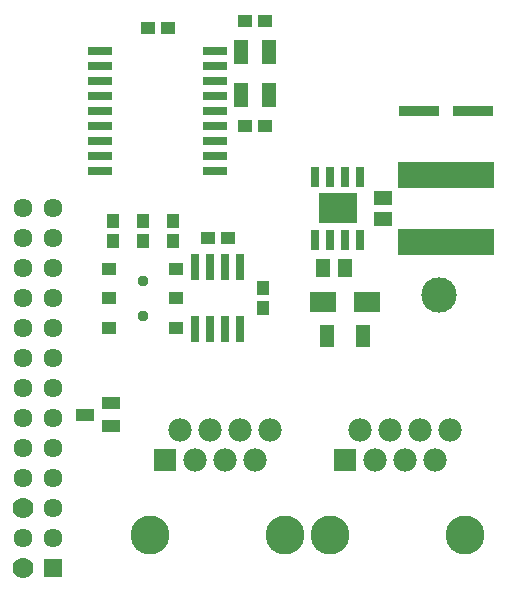
<source format=gts>
G75*
G70*
%OFA0B0*%
%FSLAX24Y24*%
%IPPOS*%
%LPD*%
%AMOC8*
5,1,8,0,0,1.08239X$1,22.5*
%
%ADD10C,0.1182*%
%ADD11R,0.0634X0.0634*%
%ADD12C,0.0700*%
%ADD13C,0.0634*%
%ADD14C,0.0780*%
%ADD15R,0.0780X0.0780*%
%ADD16C,0.1300*%
%ADD17R,0.0840X0.0300*%
%ADD18R,0.0280X0.0910*%
%ADD19R,0.0473X0.0788*%
%ADD20R,0.0473X0.0434*%
%ADD21R,0.0434X0.0473*%
%ADD22R,0.0493X0.0434*%
%ADD23C,0.0375*%
%ADD24R,0.0591X0.0434*%
%ADD25R,0.0250X0.0670*%
%ADD26R,0.1260X0.0990*%
%ADD27R,0.0480X0.0750*%
%ADD28R,0.0480X0.0610*%
%ADD29R,0.0610X0.0480*%
%ADD30R,0.1320X0.0350*%
%ADD31R,0.0900X0.0680*%
%ADD32R,0.3190X0.0910*%
D10*
X017519Y016059D03*
D11*
X004637Y006960D03*
D12*
X003637Y006960D03*
X003637Y008960D03*
D13*
X003637Y009960D03*
X003637Y010960D03*
X003637Y011960D03*
X003637Y012960D03*
X003637Y013960D03*
X003637Y014960D03*
X003637Y015960D03*
X003637Y016960D03*
X003637Y017960D03*
X003637Y018960D03*
X004637Y018960D03*
X004637Y017960D03*
X004637Y016960D03*
X004637Y015960D03*
X004637Y014960D03*
X004637Y013960D03*
X004637Y012960D03*
X004637Y011960D03*
X004637Y010960D03*
X004637Y009960D03*
X004637Y008960D03*
X004637Y007960D03*
X003637Y007960D03*
D14*
X008887Y011585D03*
X009387Y010585D03*
X009887Y011585D03*
X010387Y010585D03*
X010887Y011585D03*
X011387Y010585D03*
X011887Y011585D03*
X014887Y011585D03*
X015387Y010585D03*
X015887Y011585D03*
X016387Y010585D03*
X016887Y011585D03*
X017887Y011585D03*
X017387Y010585D03*
D15*
X014387Y010585D03*
X008387Y010585D03*
D16*
X007887Y008085D03*
X012387Y008085D03*
X013887Y008085D03*
X018387Y008085D03*
D17*
X010067Y020210D03*
X010067Y020710D03*
X010067Y021210D03*
X010067Y021710D03*
X010067Y022210D03*
X010067Y022710D03*
X010067Y023210D03*
X010067Y023710D03*
X010067Y024210D03*
X006207Y024210D03*
X006207Y023710D03*
X006207Y023210D03*
X006207Y022710D03*
X006207Y022210D03*
X006207Y021710D03*
X006207Y021210D03*
X006207Y020710D03*
X006207Y020210D03*
D18*
X009387Y016990D03*
X009887Y016990D03*
X010387Y016990D03*
X010887Y016990D03*
X010887Y014930D03*
X010387Y014930D03*
X009887Y014930D03*
X009387Y014930D03*
D19*
X010934Y022732D03*
X011840Y022732D03*
X011840Y024189D03*
X010934Y024189D03*
D20*
X011052Y025210D03*
X011721Y025210D03*
X011721Y021710D03*
X011052Y021710D03*
X010471Y017960D03*
X009802Y017960D03*
X008471Y024960D03*
X007802Y024960D03*
D21*
X007637Y018545D03*
X007637Y017876D03*
X008637Y017876D03*
X008637Y018545D03*
X006637Y018545D03*
X006637Y017876D03*
X011637Y016295D03*
X011637Y015626D03*
D22*
X008749Y015960D03*
X008749Y014976D03*
X008749Y016944D03*
X006525Y016944D03*
X006525Y015960D03*
X006525Y014976D03*
D23*
X007637Y015370D03*
X007637Y016551D03*
D24*
X006570Y012459D03*
X006570Y011711D03*
X005704Y012085D03*
D25*
X013387Y017920D03*
X013887Y017920D03*
X014387Y017920D03*
X014887Y017920D03*
X014887Y020000D03*
X014387Y020000D03*
X013887Y020000D03*
X013387Y020000D03*
D26*
X014137Y018960D03*
D27*
X013797Y014710D03*
X014977Y014710D03*
D28*
X014372Y016960D03*
X013652Y016960D03*
D29*
X015637Y018600D03*
X015637Y019320D03*
D30*
X016862Y022210D03*
X018662Y022210D03*
D31*
X015117Y015835D03*
X013657Y015835D03*
D32*
X017762Y017840D03*
X017762Y020080D03*
M02*

</source>
